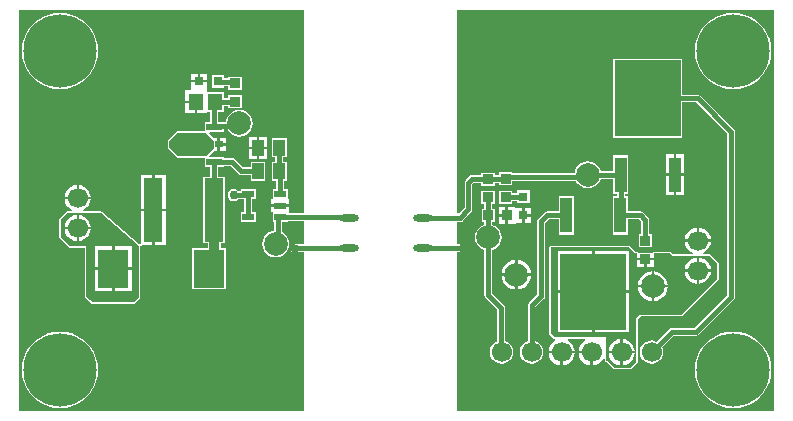
<source format=gtl>
G04*
G04 #@! TF.GenerationSoftware,Altium Limited,Altium Designer,20.2.6 (244)*
G04*
G04 Layer_Physical_Order=1*
G04 Layer_Color=255*
%FSLAX25Y25*%
%MOIN*%
G70*
G04*
G04 #@! TF.SameCoordinates,6BCE7D3D-6E75-4611-AB79-44D2FB597E60*
G04*
G04*
G04 #@! TF.FilePolarity,Positive*
G04*
G01*
G75*
%ADD16C,0.07874*%
%ADD17R,0.05512X0.02362*%
%ADD18R,0.02756X0.02362*%
%ADD19R,0.04134X0.02362*%
%ADD20R,0.03937X0.05315*%
%ADD21R,0.03543X0.03347*%
%ADD22R,0.03150X0.03150*%
%ADD23R,0.10197X0.12756*%
%ADD24R,0.03937X0.11811*%
%ADD25R,0.21850X0.25197*%
%ADD26R,0.06496X0.21260*%
%ADD27R,0.05118X0.05709*%
%ADD28O,0.06496X0.02362*%
%ADD29R,0.03150X0.03150*%
%ADD30R,0.03347X0.03543*%
%ADD48C,0.01600*%
%ADD49C,0.03200*%
%ADD50C,0.24410*%
%ADD51C,0.06693*%
%ADD52C,0.02953*%
G36*
X97097Y67889D02*
X92475D01*
X92240Y68291D01*
Y70073D01*
X89173D01*
X86106D01*
Y68291D01*
X86606D01*
Y65051D01*
X87086D01*
Y62101D01*
X86492Y62023D01*
X85412Y61576D01*
X84486Y60865D01*
X83774Y59938D01*
X83327Y58858D01*
X83175Y57700D01*
X83327Y56542D01*
X83774Y55462D01*
X84486Y54536D01*
X85412Y53824D01*
X86492Y53377D01*
X87650Y53225D01*
X88808Y53377D01*
X89888Y53824D01*
X90815Y54536D01*
X91526Y55462D01*
X91973Y56542D01*
X92125Y57700D01*
X91973Y58858D01*
X91526Y59938D01*
X90815Y60865D01*
X89888Y61576D01*
X89737Y61638D01*
Y65051D01*
X91740D01*
Y65238D01*
X97097D01*
Y57743D01*
X94624D01*
X94116Y57642D01*
X93686Y57355D01*
X93572Y57240D01*
X93493Y57225D01*
X93063Y56937D01*
X92775Y56507D01*
X92674Y56000D01*
X92775Y55493D01*
X93063Y55063D01*
X93493Y54775D01*
X94000Y54675D01*
X94206D01*
X94713Y54775D01*
X95144Y55063D01*
X95173Y55092D01*
X97097D01*
Y2039D01*
X2039D01*
Y135756D01*
X97097D01*
Y67889D01*
D02*
G37*
G36*
X253866Y2039D02*
X148179D01*
Y55133D01*
X150059D01*
X150566Y55234D01*
X150996Y55521D01*
X151037Y55563D01*
X151325Y55993D01*
X151426Y56500D01*
X151325Y57007D01*
X151037Y57437D01*
X150607Y57725D01*
X150100Y57825D01*
X149892Y57784D01*
X148179D01*
Y65092D01*
X149067D01*
X149575Y65193D01*
X150005Y65480D01*
X152837Y68313D01*
X153125Y68743D01*
X153226Y69250D01*
Y77551D01*
X153653Y77978D01*
X156123D01*
Y77131D01*
X160666D01*
Y78028D01*
X162028D01*
Y77229D01*
X166572D01*
Y78751D01*
X187725D01*
X187824Y78512D01*
X188535Y77586D01*
X189462Y76874D01*
X190542Y76427D01*
X191700Y76275D01*
X192858Y76427D01*
X193938Y76874D01*
X194864Y77586D01*
X195576Y78512D01*
X195954Y79425D01*
X200172D01*
Y74415D01*
X201275D01*
Y73644D01*
X200093D01*
Y60833D01*
X205030D01*
Y65913D01*
X208813D01*
X209474Y65251D01*
Y60926D01*
X208628D01*
Y56579D01*
X213172D01*
Y60926D01*
X212125D01*
Y65800D01*
X212025Y66307D01*
X211737Y66737D01*
X210299Y68176D01*
X209869Y68463D01*
X209362Y68564D01*
X205030D01*
Y73644D01*
X203926D01*
Y74415D01*
X205109D01*
Y87226D01*
X200172D01*
Y82076D01*
X195954D01*
X195576Y82988D01*
X194864Y83915D01*
X193938Y84626D01*
X192858Y85073D01*
X191700Y85225D01*
X190542Y85073D01*
X189462Y84626D01*
X188535Y83915D01*
X187824Y82988D01*
X187377Y81908D01*
X187311Y81402D01*
X166572D01*
Y81576D01*
X162028D01*
Y80679D01*
X160666D01*
Y81477D01*
X156123D01*
Y80629D01*
X153104D01*
X152597Y80528D01*
X152167Y80241D01*
X150963Y79037D01*
X150675Y78607D01*
X150575Y78100D01*
Y69799D01*
X148679Y67904D01*
X148179Y68111D01*
Y135756D01*
X253866D01*
Y2039D01*
D02*
G37*
%LPC*%
G36*
X64715Y114502D02*
X62540D01*
Y112327D01*
X64715D01*
Y114502D01*
D02*
G37*
G36*
X61740D02*
X59565D01*
Y112327D01*
X61740D01*
Y114502D01*
D02*
G37*
G36*
X15748Y134791D02*
X13754Y134634D01*
X11810Y134168D01*
X9962Y133402D01*
X8257Y132357D01*
X6737Y131059D01*
X5438Y129538D01*
X4393Y127833D01*
X3628Y125985D01*
X3161Y124041D01*
X3004Y122047D01*
X3161Y120054D01*
X3628Y118109D01*
X4393Y116262D01*
X5438Y114557D01*
X6737Y113036D01*
X8257Y111737D01*
X9962Y110692D01*
X11810Y109927D01*
X13754Y109460D01*
X15748Y109303D01*
X17742Y109460D01*
X19686Y109927D01*
X21534Y110692D01*
X23239Y111737D01*
X24759Y113036D01*
X26058Y114557D01*
X27103Y116262D01*
X27868Y118109D01*
X28335Y120054D01*
X28492Y122047D01*
X28335Y124041D01*
X27868Y125985D01*
X27103Y127833D01*
X26058Y129538D01*
X24759Y131059D01*
X23239Y132357D01*
X21534Y133402D01*
X19686Y134168D01*
X17742Y134634D01*
X15748Y134791D01*
D02*
G37*
G36*
X70514Y114002D02*
X66365D01*
Y109852D01*
X70514D01*
Y110264D01*
X71778D01*
Y109078D01*
X76322D01*
Y113424D01*
X71778D01*
Y112914D01*
X70514D01*
Y114002D01*
D02*
G37*
G36*
X64715Y111527D02*
X59565D01*
Y109454D01*
X59565Y109352D01*
X59318Y108954D01*
X57542D01*
Y105500D01*
X61101D01*
Y105100D01*
X61501D01*
Y101246D01*
X64660D01*
Y101746D01*
X65874D01*
Y98492D01*
X63944D01*
Y95384D01*
X54995D01*
X54995Y95384D01*
X54613Y95225D01*
X54613Y95225D01*
X51857Y92469D01*
X51698Y92087D01*
X51698Y92087D01*
Y89724D01*
X51698Y89724D01*
X51857Y89342D01*
X51857Y89342D01*
X54613Y86586D01*
X54995Y86427D01*
X54995Y86427D01*
X63944D01*
Y83319D01*
X65874D01*
Y80130D01*
X63390D01*
Y57870D01*
X64997D01*
Y56378D01*
X59902D01*
Y42622D01*
X71098D01*
Y56378D01*
X69279D01*
Y57870D01*
X70886D01*
Y80130D01*
X68525D01*
Y83319D01*
X70456D01*
Y83675D01*
X72551D01*
X75273Y80953D01*
X75703Y80665D01*
X76210Y80564D01*
X79272D01*
Y78732D01*
X84209D01*
Y85047D01*
X79272D01*
Y83215D01*
X76759D01*
X74037Y85937D01*
X73607Y86225D01*
X73100Y86326D01*
X70456D01*
Y86681D01*
X65575D01*
X65384Y87143D01*
X66965Y88724D01*
X68178D01*
Y90905D01*
Y93087D01*
X66965D01*
X65384Y94668D01*
X65575Y95130D01*
X70456D01*
Y95867D01*
X71631D01*
X71674Y95762D01*
X72386Y94836D01*
X73312Y94124D01*
X74392Y93677D01*
X75550Y93525D01*
X76708Y93677D01*
X77788Y94124D01*
X78715Y94836D01*
X79426Y95762D01*
X79873Y96842D01*
X80025Y98000D01*
X79873Y99158D01*
X79426Y100238D01*
X78715Y101164D01*
X77788Y101876D01*
X76708Y102323D01*
X75550Y102475D01*
X74392Y102323D01*
X73312Y101876D01*
X72386Y101164D01*
X71674Y100238D01*
X71227Y99158D01*
X71143Y98518D01*
X68525D01*
Y101746D01*
X70459D01*
Y103804D01*
X71778D01*
Y102976D01*
X76322D01*
Y107322D01*
X71778D01*
Y106455D01*
X70459D01*
Y108454D01*
X65013D01*
X64773Y108694D01*
X64669Y108954D01*
X64715Y109352D01*
X64715Y109432D01*
Y111527D01*
D02*
G37*
G36*
X60701Y104700D02*
X57542D01*
Y101246D01*
X60701D01*
Y104700D01*
D02*
G37*
G36*
X70956Y93087D02*
X68978D01*
Y91306D01*
X70956D01*
Y93087D01*
D02*
G37*
G36*
X84709Y93421D02*
X82140D01*
Y90164D01*
X84709D01*
Y93421D01*
D02*
G37*
G36*
X81340D02*
X78772D01*
Y90164D01*
X81340D01*
Y93421D01*
D02*
G37*
G36*
X70956Y90505D02*
X68978D01*
Y88724D01*
X70956D01*
Y90505D01*
D02*
G37*
G36*
X84709Y89364D02*
X82140D01*
Y86106D01*
X84709D01*
Y89364D01*
D02*
G37*
G36*
X81340D02*
X78772D01*
Y86106D01*
X81340D01*
Y89364D01*
D02*
G37*
G36*
X22053Y77323D02*
Y73392D01*
X25985D01*
X25888Y74127D01*
X25450Y75184D01*
X24754Y76092D01*
X23845Y76789D01*
X22788Y77227D01*
X22053Y77323D01*
D02*
G37*
G36*
X21253D02*
X20519Y77227D01*
X19462Y76789D01*
X18554Y76092D01*
X17857Y75184D01*
X17419Y74127D01*
X17322Y73392D01*
X21253D01*
Y77323D01*
D02*
G37*
G36*
X91295Y92921D02*
X86358D01*
Y86606D01*
X87501D01*
Y85047D01*
X86358D01*
Y78732D01*
X87674D01*
Y75894D01*
X86606D01*
Y72654D01*
X86106D01*
Y70872D01*
X89173D01*
X92240D01*
Y72654D01*
X91740D01*
Y75894D01*
X90325D01*
Y78732D01*
X91295D01*
Y85047D01*
X90152D01*
Y86606D01*
X91295D01*
Y92921D01*
D02*
G37*
G36*
X51110Y80630D02*
X47262D01*
Y69400D01*
X51110D01*
Y80630D01*
D02*
G37*
G36*
X46462D02*
X42614D01*
Y69400D01*
X46462D01*
Y80630D01*
D02*
G37*
G36*
X25985Y72592D02*
X21654D01*
X17322D01*
X17419Y71858D01*
X17857Y70800D01*
X18554Y69892D01*
X19462Y69195D01*
X19834Y69041D01*
X19735Y68541D01*
X18000D01*
X18000Y68541D01*
X17617Y68383D01*
Y68383D01*
X15617Y66383D01*
X15459Y66000D01*
X15459Y66000D01*
Y60000D01*
X15617Y59617D01*
X18617Y56617D01*
X19000Y56459D01*
X19000Y56459D01*
X23959Y56459D01*
Y40000D01*
X23975Y39962D01*
X23965Y39922D01*
X24052Y39775D01*
X24117Y39617D01*
X24156Y39601D01*
X24177Y39566D01*
X26527Y37816D01*
X26692Y37774D01*
X26850Y37709D01*
X40250D01*
X40250Y37709D01*
X40633Y37867D01*
X40633Y37867D01*
X42383Y39617D01*
X42541Y40000D01*
X42541Y40000D01*
Y56900D01*
X42560Y57022D01*
X42650Y57129D01*
X42932Y57370D01*
X46462D01*
Y68600D01*
X42614D01*
Y57846D01*
X42114Y57620D01*
X29858Y68406D01*
X29677Y68468D01*
X29500Y68541D01*
X23572D01*
X23473Y69041D01*
X23845Y69195D01*
X24754Y69892D01*
X25450Y70800D01*
X25888Y71858D01*
X25985Y72592D01*
D02*
G37*
G36*
X73622Y76031D02*
X72851Y75877D01*
X72197Y75441D01*
X71760Y74787D01*
X71607Y74016D01*
X71760Y73245D01*
X72197Y72591D01*
X72851Y72154D01*
X73622Y72001D01*
X74393Y72154D01*
X75047Y72591D01*
X75179Y72789D01*
X75976D01*
Y72531D01*
X77218D01*
Y68413D01*
X75976D01*
Y65051D01*
X81110D01*
Y68413D01*
X79869D01*
Y72531D01*
X81110D01*
Y75894D01*
X75976D01*
Y75440D01*
X75048D01*
X75047Y75441D01*
X74393Y75877D01*
X73622Y76031D01*
D02*
G37*
G36*
X51110Y68600D02*
X47262D01*
Y57370D01*
X51110D01*
Y68600D01*
D02*
G37*
G36*
X15748Y28492D02*
X13754Y28335D01*
X11810Y27868D01*
X9962Y27103D01*
X8257Y26058D01*
X6737Y24759D01*
X5438Y23239D01*
X4393Y21534D01*
X3628Y19686D01*
X3161Y17742D01*
X3004Y15748D01*
X3161Y13754D01*
X3628Y11810D01*
X4393Y9962D01*
X5438Y8257D01*
X6737Y6737D01*
X8257Y5438D01*
X9962Y4393D01*
X11810Y3628D01*
X13754Y3161D01*
X15748Y3004D01*
X17742Y3161D01*
X19686Y3628D01*
X21534Y4393D01*
X23239Y5438D01*
X24759Y6737D01*
X26058Y8257D01*
X27103Y9962D01*
X27868Y11810D01*
X28335Y13754D01*
X28492Y15748D01*
X28335Y17742D01*
X27868Y19686D01*
X27103Y21534D01*
X26058Y23239D01*
X24759Y24759D01*
X23239Y26058D01*
X21534Y27103D01*
X19686Y27868D01*
X17742Y28335D01*
X15748Y28492D01*
D02*
G37*
%LPD*%
G36*
X67200Y92087D02*
Y89724D01*
X64444Y86968D01*
X54995D01*
X52239Y89724D01*
Y92087D01*
X54995Y94842D01*
X64444D01*
X67200Y92087D01*
D02*
G37*
G36*
X42000Y57000D02*
Y40000D01*
X40250Y38250D01*
X26850D01*
X24500Y40000D01*
Y57000D01*
X19000Y57000D01*
X16000Y60000D01*
Y66000D01*
X18000Y68000D01*
X29500D01*
X42000Y57000D01*
D02*
G37*
%LPC*%
G36*
X22053Y67323D02*
Y63392D01*
X25985D01*
X25888Y64127D01*
X25450Y65184D01*
X24754Y66092D01*
X23845Y66789D01*
X22788Y67227D01*
X22053Y67323D01*
D02*
G37*
G36*
X21253D02*
X20519Y67227D01*
X19462Y66789D01*
X18554Y66092D01*
X17857Y65184D01*
X17419Y64127D01*
X17322Y63392D01*
X21253D01*
Y67323D01*
D02*
G37*
G36*
Y62592D02*
X17322D01*
X17419Y61857D01*
X17857Y60800D01*
X18554Y59892D01*
X19462Y59196D01*
X20519Y58758D01*
X21253Y58661D01*
Y62592D01*
D02*
G37*
G36*
X25985D02*
X22053D01*
Y58661D01*
X22788Y58758D01*
X23845Y59196D01*
X24754Y59892D01*
X25450Y60800D01*
X25888Y61857D01*
X25985Y62592D01*
D02*
G37*
G36*
X39630Y56878D02*
X33931D01*
Y49900D01*
X39630D01*
Y56878D01*
D02*
G37*
G36*
X33132D02*
X27433D01*
Y49900D01*
X33132D01*
Y56878D01*
D02*
G37*
G36*
X39630Y49100D02*
X33931D01*
Y42122D01*
X39630D01*
Y49100D01*
D02*
G37*
G36*
X33132D02*
X27433D01*
Y42122D01*
X33132D01*
Y49100D01*
D02*
G37*
G36*
X240158Y134791D02*
X238164Y134634D01*
X236219Y134168D01*
X234372Y133402D01*
X232667Y132357D01*
X231146Y131059D01*
X229847Y129538D01*
X228802Y127833D01*
X228037Y125985D01*
X227570Y124041D01*
X227414Y122047D01*
X227570Y120054D01*
X228037Y118109D01*
X228802Y116262D01*
X229847Y114557D01*
X231146Y113036D01*
X232667Y111737D01*
X234372Y110692D01*
X236219Y109927D01*
X238164Y109460D01*
X240158Y109303D01*
X242151Y109460D01*
X244096Y109927D01*
X245943Y110692D01*
X247648Y111737D01*
X249169Y113036D01*
X250468Y114557D01*
X251513Y116262D01*
X252278Y118109D01*
X252745Y120054D01*
X252902Y122047D01*
X252745Y124041D01*
X252278Y125985D01*
X251513Y127833D01*
X250468Y129538D01*
X249169Y131059D01*
X247648Y132357D01*
X245943Y133402D01*
X244096Y134168D01*
X242151Y134634D01*
X240158Y134791D01*
D02*
G37*
G36*
X223640Y87726D02*
X221072D01*
Y81221D01*
X223640D01*
Y87726D01*
D02*
G37*
G36*
X220272D02*
X217703D01*
Y81221D01*
X220272D01*
Y87726D01*
D02*
G37*
G36*
X172280Y75572D02*
X168131D01*
Y74724D01*
X166572D01*
Y75473D01*
X162028D01*
Y71127D01*
X166572D01*
Y72073D01*
X168131D01*
Y71422D01*
X172280D01*
Y75572D01*
D02*
G37*
G36*
X223640Y80421D02*
X221072D01*
Y73915D01*
X223640D01*
Y80421D01*
D02*
G37*
G36*
X220272D02*
X217703D01*
Y73915D01*
X220272D01*
Y80421D01*
D02*
G37*
G36*
X164195Y69969D02*
X161922D01*
Y67598D01*
X164195D01*
Y69969D01*
D02*
G37*
G36*
X170606Y69772D02*
Y67598D01*
X172780D01*
Y69772D01*
X170606D01*
D02*
G37*
G36*
X172780Y66798D02*
X170606D01*
Y64623D01*
X172780D01*
Y66798D01*
D02*
G37*
G36*
X164195Y66798D02*
X161922D01*
Y64426D01*
X164195D01*
Y66798D01*
D02*
G37*
G36*
X167269Y69969D02*
X167212Y69969D01*
X164995D01*
Y67198D01*
Y64426D01*
X167212D01*
X167269Y64426D01*
X167687Y64623D01*
X167769Y64623D01*
X169806D01*
Y67198D01*
Y69772D01*
X167687Y69772D01*
X167269Y69969D01*
D02*
G37*
G36*
X186998Y73644D02*
X182061D01*
Y68564D01*
X178088D01*
X177581Y68463D01*
X177151Y68176D01*
X175113Y66137D01*
X174825Y65707D01*
X174724Y65200D01*
Y40899D01*
X171976Y38151D01*
X171689Y37721D01*
X171588Y37213D01*
Y25268D01*
X170974Y25013D01*
X170170Y24397D01*
X169553Y23593D01*
X169166Y22658D01*
X169034Y21654D01*
X169166Y20649D01*
X169553Y19714D01*
X170170Y18910D01*
X170974Y18294D01*
X171909Y17906D01*
X172913Y17774D01*
X173917Y17906D01*
X174853Y18294D01*
X175657Y18910D01*
X176273Y19714D01*
X176661Y20649D01*
X176793Y21654D01*
X176661Y22658D01*
X176273Y23593D01*
X175657Y24397D01*
X174853Y25013D01*
X174239Y25268D01*
Y36664D01*
X176987Y39413D01*
X177275Y39843D01*
X177375Y40350D01*
Y64651D01*
X178637Y65913D01*
X182061D01*
Y60833D01*
X186998D01*
Y73644D01*
D02*
G37*
G36*
X228746Y63150D02*
Y59219D01*
X232678D01*
X232581Y59953D01*
X232143Y61011D01*
X231446Y61919D01*
X230538Y62616D01*
X229481Y63054D01*
X228746Y63150D01*
D02*
G37*
G36*
X227946D02*
X227212Y63054D01*
X226154Y62616D01*
X225247Y61919D01*
X224550Y61011D01*
X224112Y59953D01*
X224015Y59219D01*
X227946D01*
Y63150D01*
D02*
G37*
G36*
X232678Y58419D02*
X228346D01*
X224015D01*
X224112Y57684D01*
X224550Y56627D01*
X225247Y55719D01*
X226154Y55022D01*
X226592Y54841D01*
X226492Y54341D01*
X219924D01*
X219333Y54933D01*
X218950Y55091D01*
X218950Y55091D01*
X213672D01*
X213289Y54933D01*
X213266Y54876D01*
X213172Y54823D01*
X208628D01*
X208534Y54876D01*
X208511Y54933D01*
X208128Y55091D01*
X207724D01*
X205833Y56983D01*
X205450Y57141D01*
X205450Y57141D01*
X179350Y57141D01*
X178967Y56983D01*
X178809Y56600D01*
Y28291D01*
X178709Y28050D01*
X178867Y27667D01*
X180367Y26167D01*
X180750Y26009D01*
X180855Y25547D01*
X180863Y25509D01*
X180721Y25450D01*
X179814Y24754D01*
X179117Y23845D01*
X178679Y22788D01*
X178582Y22053D01*
X187245D01*
X187148Y22788D01*
X186710Y23845D01*
X186013Y24754D01*
X185105Y25450D01*
X184964Y25509D01*
X185063Y26009D01*
X190763D01*
X190863Y25509D01*
X190721Y25450D01*
X189813Y24754D01*
X189117Y23845D01*
X188679Y22788D01*
X188582Y22053D01*
X192913D01*
Y21654D01*
X193313D01*
Y17322D01*
X194048Y17419D01*
X195105Y17857D01*
X196013Y18554D01*
X196710Y19462D01*
X196759Y19579D01*
X197259Y19480D01*
Y18950D01*
X197417Y18567D01*
X197417Y18567D01*
X197567Y18417D01*
X197588Y18409D01*
X197598Y18389D01*
X200348Y16039D01*
X200527Y15981D01*
X200700Y15909D01*
X205950D01*
X205950Y15909D01*
X206333Y16067D01*
X206333Y16067D01*
X208233Y17967D01*
X208391Y18350D01*
X208391Y18350D01*
Y32676D01*
X209324Y33609D01*
X223000D01*
X223000Y33609D01*
X223383Y33767D01*
X235183Y45567D01*
X235341Y45950D01*
X235341Y45950D01*
Y51400D01*
X235183Y51783D01*
X235183Y51783D01*
X232783Y54183D01*
X232400Y54341D01*
X232400Y54341D01*
X230201D01*
X230101Y54841D01*
X230538Y55022D01*
X231446Y55719D01*
X232143Y56627D01*
X232581Y57684D01*
X232678Y58419D01*
D02*
G37*
G36*
X168250Y52427D02*
Y47900D01*
X172777D01*
X172660Y48789D01*
X172162Y49990D01*
X171371Y51021D01*
X170340Y51812D01*
X169139Y52310D01*
X168250Y52427D01*
D02*
G37*
G36*
X167450D02*
X166561Y52310D01*
X165360Y51812D01*
X164329Y51021D01*
X163538Y49990D01*
X163040Y48789D01*
X162923Y47900D01*
X167450D01*
Y52427D01*
D02*
G37*
G36*
X172777Y47100D02*
X168250D01*
Y42573D01*
X169139Y42690D01*
X170340Y43187D01*
X171371Y43979D01*
X172162Y45010D01*
X172660Y46211D01*
X172777Y47100D01*
D02*
G37*
G36*
X167450D02*
X162923D01*
X163040Y46211D01*
X163538Y45010D01*
X164329Y43979D01*
X165360Y43187D01*
X166561Y42690D01*
X167450Y42573D01*
Y47100D01*
D02*
G37*
G36*
X223081Y119313D02*
X200231D01*
Y93116D01*
X223081D01*
Y104875D01*
X227701D01*
X238074Y94501D01*
Y40599D01*
X227301Y29825D01*
X219760D01*
X219253Y29725D01*
X218823Y29437D01*
X214532Y25146D01*
X213917Y25401D01*
X212913Y25533D01*
X211909Y25401D01*
X210974Y25013D01*
X210170Y24397D01*
X209554Y23593D01*
X209166Y22658D01*
X209034Y21654D01*
X209166Y20649D01*
X209554Y19714D01*
X210170Y18910D01*
X210974Y18294D01*
X211909Y17906D01*
X212913Y17774D01*
X213917Y17906D01*
X214853Y18294D01*
X215657Y18910D01*
X216273Y19714D01*
X216661Y20649D01*
X216793Y21654D01*
X216661Y22658D01*
X216406Y23272D01*
X220309Y27174D01*
X227850D01*
X228357Y27275D01*
X228787Y27563D01*
X240337Y39113D01*
X240625Y39543D01*
X240725Y40050D01*
Y95050D01*
X240625Y95557D01*
X240337Y95987D01*
X229187Y107137D01*
X228757Y107425D01*
X228250Y107526D01*
X223081D01*
Y119313D01*
D02*
G37*
G36*
X160666Y75375D02*
X156123D01*
Y71028D01*
X157118D01*
Y69469D01*
X156320D01*
Y64926D01*
X157171D01*
Y64152D01*
X156262Y63776D01*
X155335Y63064D01*
X154624Y62138D01*
X154177Y61058D01*
X154025Y59900D01*
X154177Y58742D01*
X154624Y57662D01*
X155335Y56735D01*
X156262Y56024D01*
X157167Y55649D01*
Y40857D01*
X157268Y40350D01*
X157556Y39920D01*
X161524Y35951D01*
Y25242D01*
X160974Y25013D01*
X160170Y24397D01*
X159554Y23593D01*
X159166Y22658D01*
X159034Y21654D01*
X159166Y20649D01*
X159554Y19714D01*
X160170Y18910D01*
X160974Y18294D01*
X161909Y17906D01*
X162913Y17774D01*
X163918Y17906D01*
X164853Y18294D01*
X165657Y18910D01*
X166273Y19714D01*
X166661Y20649D01*
X166793Y21654D01*
X166661Y22658D01*
X166273Y23593D01*
X165657Y24397D01*
X164853Y25013D01*
X164175Y25294D01*
Y36500D01*
X164075Y37007D01*
X163787Y37437D01*
X159818Y41406D01*
Y55643D01*
X160738Y56024D01*
X161664Y56735D01*
X162376Y57662D01*
X162823Y58742D01*
X162975Y59900D01*
X162823Y61058D01*
X162376Y62138D01*
X161664Y63064D01*
X160738Y63776D01*
X159822Y64155D01*
Y64926D01*
X160666D01*
Y69469D01*
X159769D01*
Y71028D01*
X160666D01*
Y75375D01*
D02*
G37*
G36*
X192513Y21253D02*
X188582D01*
X188679Y20519D01*
X189117Y19462D01*
X189813Y18554D01*
X190721Y17857D01*
X191779Y17419D01*
X192513Y17322D01*
Y21253D01*
D02*
G37*
G36*
X187245D02*
X183313D01*
Y17322D01*
X184048Y17419D01*
X185105Y17857D01*
X186013Y18554D01*
X186710Y19462D01*
X187148Y20519D01*
X187245Y21253D01*
D02*
G37*
G36*
X182513D02*
X178582D01*
X178679Y20519D01*
X179117Y19462D01*
X179814Y18554D01*
X180721Y17857D01*
X181779Y17419D01*
X182513Y17322D01*
Y21253D01*
D02*
G37*
G36*
X240158Y28492D02*
X238164Y28335D01*
X236219Y27868D01*
X234372Y27103D01*
X232667Y26058D01*
X231146Y24759D01*
X229847Y23239D01*
X228802Y21534D01*
X228037Y19686D01*
X227570Y17742D01*
X227414Y15748D01*
X227570Y13754D01*
X228037Y11810D01*
X228802Y9962D01*
X229847Y8257D01*
X231146Y6737D01*
X232667Y5438D01*
X234372Y4393D01*
X236219Y3628D01*
X238164Y3161D01*
X240158Y3004D01*
X242151Y3161D01*
X244096Y3628D01*
X245943Y4393D01*
X247648Y5438D01*
X249169Y6737D01*
X250468Y8257D01*
X251513Y9962D01*
X252278Y11810D01*
X252745Y13754D01*
X252902Y15748D01*
X252745Y17742D01*
X252278Y19686D01*
X251513Y21534D01*
X250468Y23239D01*
X249169Y24759D01*
X247648Y26058D01*
X245943Y27103D01*
X244096Y27868D01*
X242151Y28335D01*
X240158Y28492D01*
D02*
G37*
%LPD*%
G36*
X205450Y56600D02*
X207500Y54550D01*
X208128D01*
Y53050D01*
X213672D01*
Y54550D01*
X218950D01*
X219700Y53800D01*
X232400D01*
X234800Y51400D01*
Y45950D01*
X223000Y34150D01*
X209100D01*
X207850Y32900D01*
Y18350D01*
X205950Y16450D01*
X200700D01*
X197950Y18800D01*
X197800Y18950D01*
Y26550D01*
X180750D01*
X179250Y28050D01*
X179350Y28150D01*
Y56600D01*
X205450Y56600D01*
D02*
G37*
%LPC*%
G36*
X213672Y52250D02*
X211300D01*
Y49977D01*
X213672D01*
Y52250D01*
D02*
G37*
G36*
X210500D02*
X208128D01*
Y49977D01*
X210500D01*
Y52250D01*
D02*
G37*
G36*
X228746Y53150D02*
Y49219D01*
X232678D01*
X232581Y49954D01*
X232143Y51011D01*
X231446Y51919D01*
X230538Y52615D01*
X229481Y53053D01*
X228746Y53150D01*
D02*
G37*
G36*
X227946D02*
X227212Y53053D01*
X226154Y52615D01*
X225247Y51919D01*
X224550Y51011D01*
X224112Y49954D01*
X224015Y49219D01*
X227946D01*
Y53150D01*
D02*
G37*
G36*
Y48419D02*
X224015D01*
X224112Y47684D01*
X224550Y46627D01*
X225247Y45719D01*
X226154Y45022D01*
X227212Y44584D01*
X227946Y44488D01*
Y48419D01*
D02*
G37*
G36*
X232678D02*
X228746D01*
Y44488D01*
X229481Y44584D01*
X230538Y45022D01*
X231446Y45719D01*
X232143Y46627D01*
X232581Y47684D01*
X232678Y48419D01*
D02*
G37*
G36*
X213750Y48577D02*
Y44050D01*
X218277D01*
X218160Y44939D01*
X217663Y46140D01*
X216871Y47171D01*
X215840Y47962D01*
X214639Y48460D01*
X213750Y48577D01*
D02*
G37*
G36*
X212950D02*
X212061Y48460D01*
X210860Y47962D01*
X209829Y47171D01*
X209037Y46140D01*
X208540Y44939D01*
X208423Y44050D01*
X212950D01*
Y48577D01*
D02*
G37*
G36*
X205471Y55443D02*
X193946D01*
Y42244D01*
X205471D01*
Y55443D01*
D02*
G37*
G36*
X193146D02*
X181621D01*
Y42244D01*
X193146D01*
Y55443D01*
D02*
G37*
G36*
X218277Y43250D02*
X213750D01*
Y38723D01*
X214639Y38840D01*
X215840Y39338D01*
X216871Y40129D01*
X217663Y41160D01*
X218160Y42361D01*
X218277Y43250D01*
D02*
G37*
G36*
X212950D02*
X208423D01*
X208540Y42361D01*
X209037Y41160D01*
X209829Y40129D01*
X210860Y39338D01*
X212061Y38840D01*
X212950Y38723D01*
Y43250D01*
D02*
G37*
G36*
X205471Y41445D02*
X193946D01*
Y28246D01*
X205471D01*
Y41445D01*
D02*
G37*
G36*
X193146D02*
X181621D01*
Y28246D01*
X193146D01*
Y41445D01*
D02*
G37*
G36*
X203313Y25985D02*
Y22053D01*
X207245D01*
X207148Y22788D01*
X206710Y23845D01*
X206013Y24754D01*
X205105Y25450D01*
X204048Y25888D01*
X203313Y25985D01*
D02*
G37*
G36*
X202513D02*
X201779Y25888D01*
X200721Y25450D01*
X199813Y24754D01*
X199117Y23845D01*
X198679Y22788D01*
X198582Y22053D01*
X202513D01*
Y25985D01*
D02*
G37*
G36*
X207245Y21253D02*
X203313D01*
Y17322D01*
X204048Y17419D01*
X205105Y17857D01*
X206013Y18554D01*
X206710Y19462D01*
X207148Y20519D01*
X207245Y21253D01*
D02*
G37*
G36*
X202513D02*
X198582D01*
X198679Y20519D01*
X199117Y19462D01*
X199813Y18554D01*
X200721Y17857D01*
X201779Y17419D01*
X202513Y17322D01*
Y21253D01*
D02*
G37*
%LPD*%
D16*
X158500Y59900D02*
D03*
X213350Y43650D02*
D03*
X87650Y57700D02*
D03*
X75550Y98000D02*
D03*
X167850Y47500D02*
D03*
X191700Y80750D02*
D03*
D17*
X67200Y85000D02*
D03*
Y96811D02*
D03*
D18*
X68578Y90905D02*
D03*
D19*
X89173Y66732D02*
D03*
Y70472D02*
D03*
Y74213D02*
D03*
X78543D02*
D03*
Y66732D02*
D03*
D20*
X81740Y81890D02*
D03*
X88827D02*
D03*
X88827Y89764D02*
D03*
X81740D02*
D03*
D21*
X74050Y105149D02*
D03*
Y111251D02*
D03*
X210900Y58752D02*
D03*
Y52650D02*
D03*
X158395Y73202D02*
D03*
Y79304D02*
D03*
X164300Y73300D02*
D03*
Y79402D02*
D03*
D22*
X68439Y111927D02*
D03*
X62140D02*
D03*
D23*
X65500Y49500D02*
D03*
X33531D02*
D03*
D24*
X184530Y67238D02*
D03*
X202561D02*
D03*
X202640Y80821D02*
D03*
X220672D02*
D03*
D25*
X193546Y41844D02*
D03*
X211656Y106215D02*
D03*
D26*
X67138Y69000D02*
D03*
X46862D02*
D03*
D27*
X61101Y105100D02*
D03*
X67400D02*
D03*
D28*
X136713Y56417D02*
D03*
X112106Y66417D02*
D03*
Y56417D02*
D03*
X136713Y66417D02*
D03*
D29*
X170205Y67198D02*
D03*
Y73497D02*
D03*
D30*
X164595Y67198D02*
D03*
X158493D02*
D03*
D48*
X88793Y66732D02*
X89173D01*
X88412Y66351D02*
X88793Y66732D01*
X88412Y58462D02*
Y66351D01*
X87650Y57700D02*
X88412Y58462D01*
X67200Y96811D02*
Y104900D01*
X74031Y105130D02*
X74050Y105149D01*
X67430Y105130D02*
X74031D01*
X67200Y104900D02*
X67430Y105130D01*
X202382Y80750D02*
X202601Y80532D01*
X191700Y80750D02*
X202382D01*
X164300Y79402D02*
X164974Y80076D01*
X191026D01*
X191700Y80750D01*
X158493Y59893D02*
X158500Y59900D01*
X158493Y40857D02*
Y59893D01*
Y67198D02*
X158496Y67194D01*
Y59904D02*
Y67194D01*
Y59904D02*
X158500Y59900D01*
X67200Y96811D02*
X67581Y97192D01*
X74742D01*
X75550Y98000D01*
X67200Y85000D02*
X73100D01*
X76210Y81890D01*
X81740D01*
X73712Y111589D02*
X74050Y111251D01*
X68777Y111589D02*
X73712D01*
X68439Y111927D02*
X68777Y111589D01*
X67200Y69062D02*
Y85000D01*
X67138Y69000D02*
X67200Y69062D01*
X210800Y58852D02*
X210900Y58752D01*
X210800Y58852D02*
Y65800D01*
X209362Y67238D02*
X210800Y65800D01*
X202561Y67238D02*
X209362D01*
X136713Y56417D02*
X136754Y56459D01*
X150059D01*
X150100Y56500D01*
X227850Y28500D02*
X239400Y40050D01*
Y95050D01*
X219760Y28500D02*
X227850D01*
X212913Y21654D02*
X219760Y28500D01*
X228250Y106200D02*
X239400Y95050D01*
X211656Y106215D02*
X211670Y106200D01*
X228250D01*
X162850Y21717D02*
X162913Y21654D01*
X162850Y21717D02*
Y36500D01*
X158493Y40857D02*
X162850Y36500D01*
X172913Y21654D02*
Y37213D01*
X176050Y40350D01*
Y65200D01*
X178088Y67238D02*
X184530D01*
X176050Y65200D02*
X178088Y67238D01*
X158395Y73202D02*
X158444Y73152D01*
Y67247D02*
Y73152D01*
Y67247D02*
X158493Y67198D01*
X164300Y73300D02*
X164398Y73398D01*
X170107D01*
X170205Y73497D01*
X202601Y67278D02*
Y80532D01*
X158395Y79304D02*
X158444Y79353D01*
X164251D01*
X164300Y79402D01*
X151900Y69250D02*
Y78100D01*
X153104Y79304D02*
X158395D01*
X151900Y78100D02*
X153104Y79304D01*
X136713Y66417D02*
X149067D01*
X151900Y69250D01*
X202561Y67238D02*
X202601Y67278D01*
X94624Y56417D02*
X112106D01*
X94206Y56000D02*
X94624Y56417D01*
X94000Y56000D02*
X94206D01*
X89173Y66732D02*
X89342Y66563D01*
X111960D01*
X112106Y66417D01*
X88827Y81890D02*
X89000Y81717D01*
Y74386D02*
Y81717D01*
Y74386D02*
X89173Y74213D01*
X88827Y81890D02*
X88827Y81890D01*
Y89764D01*
X78543Y66732D02*
Y74213D01*
X78445Y74114D02*
X78543Y74213D01*
X73721Y74114D02*
X78445D01*
X73622Y74016D02*
X73721Y74114D01*
D49*
X65500Y49500D02*
X67138Y51138D01*
Y69000D01*
D50*
X15748Y122047D02*
D03*
Y15748D02*
D03*
X240158D02*
D03*
Y122047D02*
D03*
D51*
X212913Y21654D02*
D03*
X192913D02*
D03*
X202913D02*
D03*
X162913D02*
D03*
X182913D02*
D03*
X172913D02*
D03*
X228346Y58819D02*
D03*
Y48819D02*
D03*
X21654Y72992D02*
D03*
Y62992D02*
D03*
D52*
X192700Y16000D02*
D03*
X183250Y15750D02*
D03*
X220800Y71850D02*
D03*
X165700Y62750D02*
D03*
X170350Y62800D02*
D03*
X27750Y72950D02*
D03*
X57850Y111750D02*
D03*
X81700Y95650D02*
D03*
X40200Y62450D02*
D03*
X40400Y74350D02*
D03*
X82520Y125039D02*
D03*
X92520Y105039D02*
D03*
X82520Y45039D02*
D03*
X92520Y25039D02*
D03*
X82520Y5039D02*
D03*
X62520Y125039D02*
D03*
X72520Y25039D02*
D03*
X62520Y5039D02*
D03*
X42520Y125039D02*
D03*
X52520Y105039D02*
D03*
X42520Y85039D02*
D03*
X52520Y25039D02*
D03*
X42520Y5039D02*
D03*
X32520Y105039D02*
D03*
X22520Y85039D02*
D03*
X32520Y25039D02*
D03*
X222520Y125039D02*
D03*
X232520Y65039D02*
D03*
X222520Y5039D02*
D03*
X202520Y125039D02*
D03*
Y5039D02*
D03*
X182520Y125039D02*
D03*
X192520Y105039D02*
D03*
X182520Y85039D02*
D03*
X192520Y65039D02*
D03*
X182520Y5039D02*
D03*
X162520Y125039D02*
D03*
X172520Y105039D02*
D03*
X162520Y85039D02*
D03*
Y5039D02*
D03*
X75550Y98000D02*
D03*
X150100Y56500D02*
D03*
X94000Y56000D02*
D03*
X73622Y74016D02*
D03*
M02*

</source>
